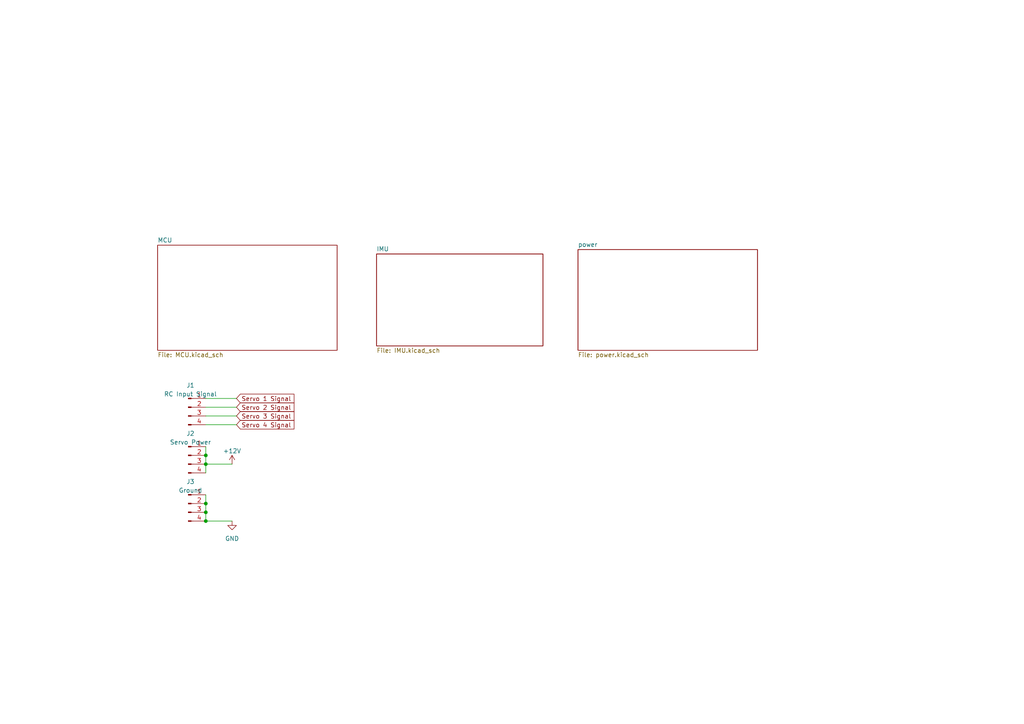
<source format=kicad_sch>
(kicad_sch (version 20230121) (generator eeschema)
  (paper "A4")
  (lib_symbols
    (symbol "Connector:Conn_01x04_Pin" (pin_names (offset 1.016) hide)
      (property "Reference" "J" (at 0 5.08 0))
      (property "Value" "Conn_01x04_Pin" (at 0 -7.62 0))
      (symbol "Conn_01x04_Pin_1_1"
        (polyline (pts (xy 1.27 -5.08) (xy 0.8636 -5.08)) (stroke (width 0.1524)))
        (polyline (pts (xy 1.27 -2.54) (xy 0.8636 -2.54)) (stroke (width 0.1524)))
        (polyline (pts (xy 1.27 0) (xy 0.8636 0)) (stroke (width 0.1524)))
        (polyline (pts (xy 1.27 2.54) (xy 0.8636 2.54)) (stroke (width 0.1524)))
        (rectangle (start 0.8636 -4.953) (end 0 -5.207) (stroke (width 0.1524)) (fill (type outline)))
        (rectangle (start 0.8636 -2.413) (end 0 -2.667) (stroke (width 0.1524)) (fill (type outline)))
        (rectangle (start 0.8636 0.127) (end 0 -0.127) (stroke (width 0.1524)) (fill (type outline)))
        (rectangle (start 0.8636 2.667) (end 0 2.413) (stroke (width 0.1524)) (fill (type outline)))
        (pin passive line (at 5.08 2.54 180) (length 3.81) (name "Pin_1") (number "1"))
        (pin passive line (at 5.08 0 180) (length 3.81) (name "Pin_2") (number "2"))
        (pin passive line (at 5.08 -2.54 180) (length 3.81) (name "Pin_3") (number "3"))
        (pin passive line (at 5.08 -5.08 180) (length 3.81) (name "Pin_4") (number "4"))
      )
    )
    (symbol "power:+12V" (power) (pin_names (offset 0))
      (property "Value" "+12V" (at 0 3.556 0))
      (symbol "+12V_0_1"
        (polyline (pts (xy -0.762 1.27) (xy 0 2.54)))
        (polyline (pts (xy 0 0) (xy 0 2.54)))
        (polyline (pts (xy 0 2.54) (xy 0.762 1.27)))
      )
      (symbol "+12V_1_1"
        (pin power_in line (at 0 0 90) (length 0) hide (name "+12V") (number "1"))
      )
    )
    (symbol "power:GND" (power) (pin_names (offset 0))
      (property "Value" "GND" (at 0 -3.81 0))
      (symbol "GND_0_1"
        (polyline (pts (xy 0 0) (xy 0 -1.27) (xy 1.27 -1.27) (xy 0 -2.54) (xy -1.27 -1.27) (xy 0 -1.27)))
      )
      (symbol "GND_1_1"
        (pin power_in line (at 0 0 270) (length 0) hide (name "GND") (number "1"))
      )
    )
  )
  (junction (at 59.69 146.05))
  (junction (at 59.69 132.08))
  (junction (at 59.69 151.13))
  (junction (at 59.69 148.59))
  (junction (at 59.69 134.62))
  (wire (pts (xy 59.69 123.19) (xy 68.58 123.19)))
  (wire (pts (xy 59.69 146.05) (xy 59.69 148.59)))
  (wire (pts (xy 59.69 134.62) (xy 67.31 134.62)))
  (wire (pts (xy 59.69 132.08) (xy 59.69 134.62)))
  (wire (pts (xy 67.31 151.13) (xy 59.69 151.13)))
  (wire (pts (xy 59.69 148.59) (xy 59.69 151.13)))
  (wire (pts (xy 59.69 134.62) (xy 59.69 137.16)))
  (wire (pts (xy 59.69 129.54) (xy 59.69 132.08)))
  (wire (pts (xy 59.69 115.57) (xy 68.58 115.57)))
  (wire (pts (xy 59.69 118.11) (xy 68.58 118.11)))
  (wire (pts (xy 59.69 120.65) (xy 68.58 120.65)))
  (wire (pts (xy 59.69 143.51) (xy 59.69 146.05)))
  (global_label "Servo 4 Signal" (shape input) (at 68.58 123.19 0) (property "Intersheetrefs" "${INTERSHEET_REFS}" (effects hide)))
  (global_label "Servo 3 Signal" (shape input) (at 68.58 120.65 0) (property "Intersheetrefs" "${INTERSHEET_REFS}" (effects hide)))
  (global_label "Servo 2 Signal" (shape input) (at 68.58 118.11 0) (property "Intersheetrefs" "${INTERSHEET_REFS}" (effects hide)))
  (global_label "Servo 1 Signal" (shape input) (at 68.58 115.57 0) (property "Intersheetrefs" "${INTERSHEET_REFS}" (effects hide)))
  (symbol (lib_id "Connector:Conn_01x04_Pin") (at 54.61 118.11 0) (unit 1)
    (property "Reference" "J1" (at 55.245 111.76 0))
    (property "Value" "RC Input Signal" (at 55.245 114.3 0))
  )
  (symbol (lib_id "Connector:Conn_01x04_Pin") (at 54.61 146.05 0) (unit 1)
    (property "Reference" "J3" (at 55.245 139.7 0))
    (property "Value" "Ground" (at 55.245 142.24 0))
  )
  (symbol (lib_id "power:GND") (at 67.31 151.13 0) (unit 1)
    (property "Reference" "#PWR023" (effects hide))
    (property "Value" "GND" (at 67.31 156.21 0))
  )
  (symbol (lib_id "power:+12V") (at 67.31 134.62 0) (unit 1)
    (property "Reference" "#PWR025" (effects hide))
    (property "Value" "+12V" (at 67.31 130.81 0))
  )
  (symbol (lib_id "Connector:Conn_01x04_Pin") (at 54.61 132.08 0) (unit 1)
    (property "Reference" "J2" (at 55.245 125.73 0))
    (property "Value" "Servo Power" (at 55.245 128.27 0))
  )
  (sheet (at 109.22 73.66) (size 48.26 26.67) (stroke (width 0.1524))
    (property "Sheetname" "IMU" (at 109.22 72.9484 0) (effects (justify left bottom)))
    (property "Sheetfile" "IMU.kicad_sch" (at 109.22 100.9146 0) (effects (justify left top)))
  )
  (sheet (at 167.64 72.39) (size 52.07 29.21) (stroke (width 0.1524))
    (property "Sheetname" "power" (at 167.64 71.6784 0) (effects (justify left bottom)))
    (property "Sheetfile" "power.kicad_sch" (at 167.64 102.1846 0) (effects (justify left top)))
  )
  (sheet (at 45.72 71.12) (size 52.07 30.48) (stroke (width 0.1524))
    (property "Sheetname" "MCU" (at 45.72 70.4084 0) (effects (justify left bottom)))
    (property "Sheetfile" "MCU.kicad_sch" (at 45.72 102.1846 0) (effects (justify left top)))
  )
)
</source>
